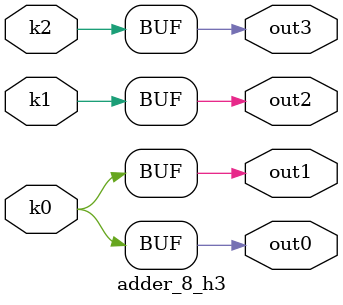
<source format=v>
module adder_8(pi0, pi1, pi2, pi3, pi4, pi5, pi6, po0, po1, po2, po3);
input pi0, pi1, pi2, pi3, pi4, pi5, pi6;
output po0, po1, po2, po3;
wire k0, k1, k2;
adder_8_w3 DUT1 (pi0, pi1, pi2, pi3, pi4, pi5, pi6, k0, k1, k2);
adder_8_h3 DUT2 (k0, k1, k2, po0, po1, po2, po3);
endmodule

module adder_8_w3(in0, in1, in2, in3, in4, in5, in6, k0, k1, k2);
input in0, in1, in2, in3, in4, in5, in6;
output k0, k1, k2;
assign k0 =   ((~in4 ^ in1) & ((((in6 & (in3 | ~in0)) | (in3 & ~in0)) & (in5 | in2)) | (in5 & in2))) | (((~in3 & in0) | (~in6 & (~in3 | in0))) & (~in5 | ~in2) & (in4 ^ in1)) | (~in5 & ~in2 & (in4 ^ in1));
assign k1 =   ((~in5 ^ in2) & ((in6 & (in3 | ~in0)) | (in3 & ~in0))) | (((~in3 & in0) | (~in6 & (~in3 | in0))) & (in5 ^ in2));
assign k2 =   in6 ? (in3 ^ in0) : (~in3 ^ in0);
endmodule

module adder_8_h3(k0, k1, k2, out0, out1, out2, out3);
input k0, k1, k2;
output out0, out1, out2, out3;
assign out0 = k0;
assign out1 = k0;
assign out2 = k1;
assign out3 = k2;
endmodule

</source>
